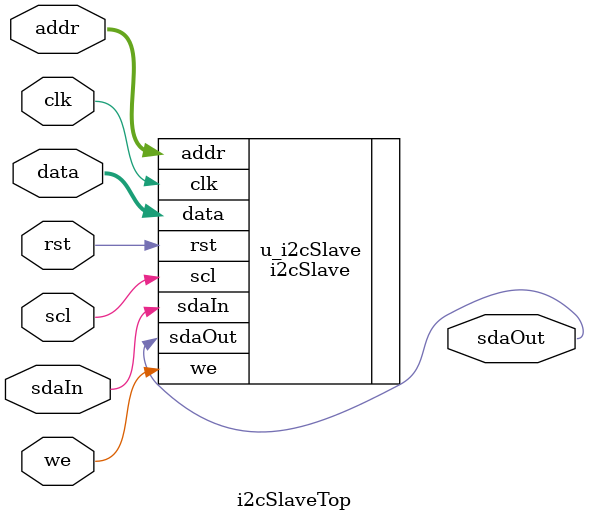
<source format=v>
`include "i2cSlave_define.v"


module i2cSlaveTop (
  input clk,
  input rst,
  input sdaIn,
  output sdaOut,
  input scl,
  
  // parallel write
  input we,
  input [7:0] addr,
  input [7:0] data
);

i2cSlave u_i2cSlave(
  .clk(clk),
  .rst(rst),
  .sdaIn(sdaIn),
  .sdaOut(sdaOut),
  .scl(scl),
  .we(we),
  .addr(addr),
  .data(data)
);

endmodule

</source>
